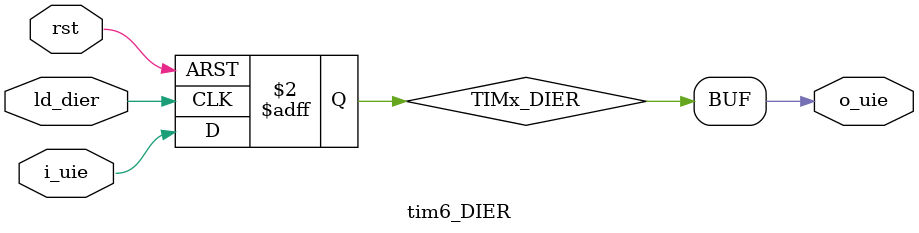
<source format=v>
`timescale 1ns / 1ps


module tim6_DIER(
    input wire rst,

    input wire ld_dier,

    input wire i_uie,

    output wire o_uie
    );

reg TIMx_DIER;


assign o_uie = TIMx_DIER;


always @(posedge ld_dier or posedge rst) begin
    if (rst) begin
        TIMx_DIER <= 0;
    end
    else begin
        TIMx_DIER <= i_uie;
    end
end 

endmodule

</source>
